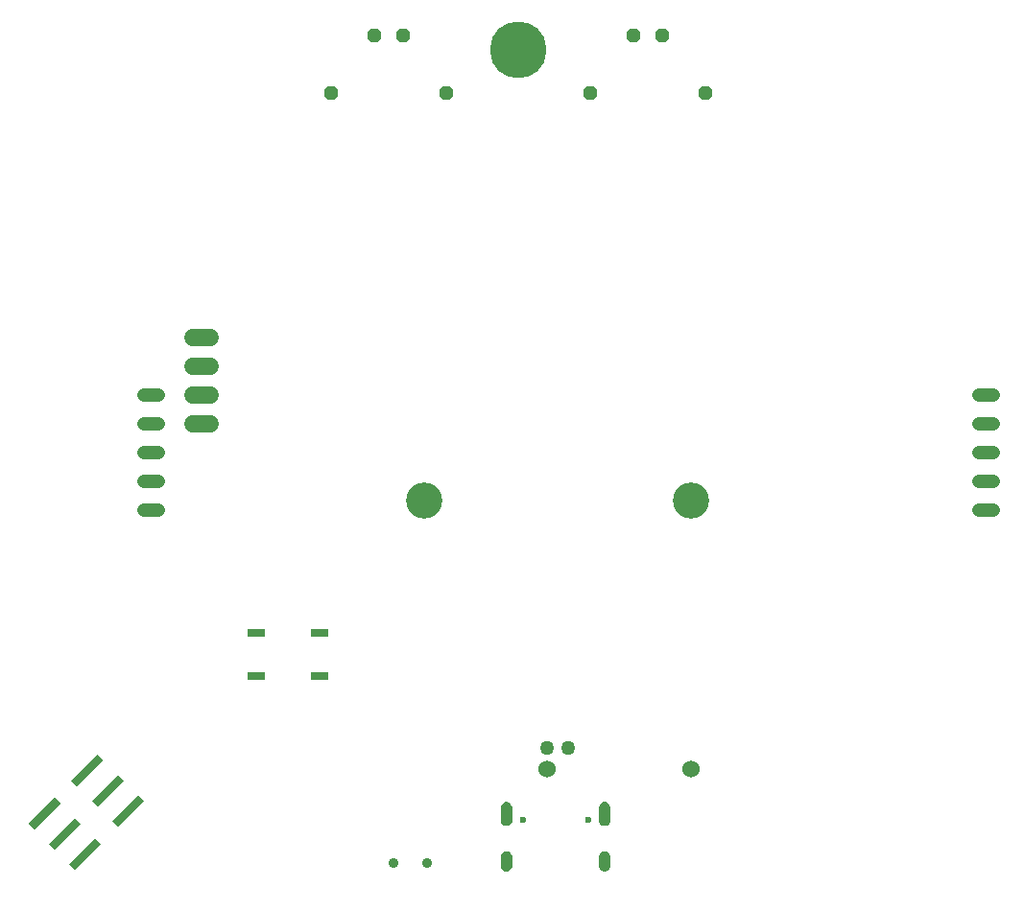
<source format=gbr>
G04 EAGLE Gerber RS-274X export*
G75*
%MOMM*%
%FSLAX34Y34*%
%LPD*%
%INSoldermask Bottom*%
%IPPOS*%
%AMOC8*
5,1,8,0,0,1.08239X$1,22.5*%
G01*
%ADD10C,5.000000*%
%ADD11R,1.524000X0.762000*%
%ADD12C,1.219200*%
%ADD13C,0.900000*%
%ADD14C,1.524000*%
%ADD15C,3.200000*%
%ADD16C,1.524000*%
%ADD17P,1.319650X8X202.500000*%
%ADD18P,1.319650X8X22.500000*%
%ADD19C,0.600000*%
%ADD20R,0.736600X3.251200*%
%ADD21C,1.270000*%

G36*
X521888Y51596D02*
X521888Y51596D01*
X521894Y51602D01*
X521899Y51599D01*
X522956Y51969D01*
X522960Y51976D01*
X522966Y51973D01*
X523914Y52569D01*
X523917Y52577D01*
X523922Y52576D01*
X524714Y53368D01*
X524715Y53376D01*
X524721Y53376D01*
X525317Y54324D01*
X525316Y54333D01*
X525321Y54334D01*
X525691Y55391D01*
X525690Y55395D01*
X525692Y55397D01*
X525690Y55400D01*
X525694Y55402D01*
X525819Y56515D01*
X525817Y56518D01*
X525819Y56520D01*
X525819Y67520D01*
X525817Y67523D01*
X525819Y67526D01*
X525694Y68638D01*
X525688Y68644D01*
X525691Y68649D01*
X525321Y69706D01*
X525315Y69710D01*
X525317Y69716D01*
X524721Y70664D01*
X524713Y70667D01*
X524714Y70672D01*
X523922Y71464D01*
X523914Y71465D01*
X523914Y71471D01*
X522966Y72067D01*
X522957Y72066D01*
X522956Y72071D01*
X521899Y72441D01*
X521891Y72439D01*
X521888Y72444D01*
X520776Y72569D01*
X520769Y72565D01*
X520765Y72569D01*
X519662Y72456D01*
X519657Y72451D01*
X519655Y72451D01*
X519652Y72454D01*
X518602Y72098D01*
X518597Y72091D01*
X518592Y72093D01*
X517647Y71513D01*
X517644Y71506D01*
X517638Y71506D01*
X516847Y70731D01*
X516845Y70722D01*
X516840Y70722D01*
X516240Y69789D01*
X516241Y69781D01*
X516236Y69780D01*
X515859Y68737D01*
X515861Y68729D01*
X515856Y68726D01*
X515721Y67626D01*
X515723Y67622D01*
X515721Y67620D01*
X515721Y56620D01*
X515723Y56617D01*
X515721Y56615D01*
X515837Y55490D01*
X515842Y55484D01*
X515839Y55479D01*
X516202Y54408D01*
X516209Y54404D01*
X516206Y54398D01*
X516799Y53435D01*
X516806Y53432D01*
X516805Y53426D01*
X517597Y52618D01*
X517605Y52617D01*
X517606Y52612D01*
X518557Y52000D01*
X518565Y52001D01*
X518567Y51996D01*
X519631Y51611D01*
X519639Y51614D01*
X519642Y51609D01*
X520764Y51471D01*
X520771Y51475D01*
X520776Y51471D01*
X521888Y51596D01*
G37*
G36*
X435388Y51596D02*
X435388Y51596D01*
X435394Y51602D01*
X435399Y51599D01*
X436456Y51969D01*
X436460Y51976D01*
X436466Y51973D01*
X437414Y52569D01*
X437417Y52577D01*
X437422Y52576D01*
X438214Y53368D01*
X438215Y53376D01*
X438221Y53376D01*
X438817Y54324D01*
X438816Y54333D01*
X438821Y54334D01*
X439191Y55391D01*
X439190Y55395D01*
X439192Y55397D01*
X439190Y55400D01*
X439194Y55402D01*
X439319Y56515D01*
X439317Y56518D01*
X439319Y56520D01*
X439319Y67520D01*
X439317Y67523D01*
X439319Y67526D01*
X439194Y68638D01*
X439188Y68644D01*
X439191Y68649D01*
X438821Y69706D01*
X438815Y69710D01*
X438817Y69716D01*
X438221Y70664D01*
X438213Y70667D01*
X438214Y70672D01*
X437422Y71464D01*
X437414Y71465D01*
X437414Y71471D01*
X436466Y72067D01*
X436457Y72066D01*
X436456Y72071D01*
X435399Y72441D01*
X435391Y72439D01*
X435388Y72444D01*
X434276Y72569D01*
X434268Y72565D01*
X434265Y72569D01*
X433152Y72444D01*
X433146Y72438D01*
X433141Y72441D01*
X432084Y72071D01*
X432080Y72065D01*
X432074Y72067D01*
X431126Y71471D01*
X431123Y71463D01*
X431118Y71464D01*
X430326Y70672D01*
X430325Y70664D01*
X430319Y70664D01*
X429723Y69716D01*
X429724Y69709D01*
X429720Y69707D01*
X429720Y69706D01*
X429719Y69706D01*
X429349Y68649D01*
X429351Y68641D01*
X429346Y68638D01*
X429221Y67526D01*
X429223Y67522D01*
X429221Y67520D01*
X429221Y56520D01*
X429223Y56517D01*
X429221Y56515D01*
X429346Y55402D01*
X429352Y55396D01*
X429349Y55391D01*
X429719Y54334D01*
X429726Y54330D01*
X429723Y54324D01*
X430319Y53376D01*
X430327Y53373D01*
X430326Y53368D01*
X431118Y52576D01*
X431126Y52575D01*
X431126Y52569D01*
X432074Y51973D01*
X432083Y51974D01*
X432084Y51969D01*
X433141Y51599D01*
X433149Y51601D01*
X433152Y51596D01*
X434265Y51471D01*
X434272Y51475D01*
X434276Y51471D01*
X435388Y51596D01*
G37*
G36*
X435388Y11396D02*
X435388Y11396D01*
X435394Y11402D01*
X435399Y11399D01*
X436456Y11769D01*
X436460Y11776D01*
X436466Y11773D01*
X437414Y12369D01*
X437417Y12377D01*
X437422Y12376D01*
X438214Y13168D01*
X438215Y13176D01*
X438221Y13176D01*
X438817Y14124D01*
X438816Y14133D01*
X438821Y14134D01*
X439191Y15191D01*
X439190Y15195D01*
X439192Y15197D01*
X439190Y15200D01*
X439194Y15202D01*
X439319Y16315D01*
X439317Y16318D01*
X439319Y16320D01*
X439319Y24320D01*
X439317Y24323D01*
X439319Y24326D01*
X439194Y25438D01*
X439188Y25444D01*
X439191Y25449D01*
X438821Y26506D01*
X438815Y26510D01*
X438817Y26516D01*
X438221Y27464D01*
X438213Y27467D01*
X438214Y27472D01*
X437422Y28264D01*
X437414Y28265D01*
X437414Y28271D01*
X436466Y28867D01*
X436457Y28866D01*
X436456Y28871D01*
X435399Y29241D01*
X435391Y29239D01*
X435388Y29244D01*
X434276Y29369D01*
X434268Y29365D01*
X434265Y29369D01*
X433152Y29244D01*
X433146Y29238D01*
X433141Y29241D01*
X432084Y28871D01*
X432080Y28865D01*
X432074Y28867D01*
X431126Y28271D01*
X431123Y28263D01*
X431118Y28264D01*
X430326Y27472D01*
X430325Y27464D01*
X430319Y27464D01*
X429723Y26516D01*
X429724Y26507D01*
X429719Y26506D01*
X429349Y25449D01*
X429351Y25441D01*
X429346Y25438D01*
X429221Y24326D01*
X429223Y24322D01*
X429221Y24320D01*
X429221Y16320D01*
X429223Y16317D01*
X429221Y16315D01*
X429346Y15202D01*
X429352Y15196D01*
X429349Y15191D01*
X429719Y14134D01*
X429726Y14130D01*
X429723Y14124D01*
X430319Y13176D01*
X430327Y13173D01*
X430326Y13168D01*
X431118Y12376D01*
X431126Y12375D01*
X431126Y12369D01*
X432074Y11773D01*
X432083Y11774D01*
X432084Y11769D01*
X433141Y11399D01*
X433149Y11401D01*
X433152Y11396D01*
X434265Y11271D01*
X434272Y11275D01*
X434276Y11271D01*
X435388Y11396D01*
G37*
G36*
X521888Y11396D02*
X521888Y11396D01*
X521894Y11402D01*
X521899Y11399D01*
X522956Y11769D01*
X522960Y11776D01*
X522966Y11773D01*
X523914Y12369D01*
X523917Y12377D01*
X523922Y12376D01*
X524714Y13168D01*
X524715Y13176D01*
X524721Y13176D01*
X525317Y14124D01*
X525316Y14133D01*
X525321Y14134D01*
X525691Y15191D01*
X525690Y15195D01*
X525692Y15197D01*
X525690Y15200D01*
X525694Y15202D01*
X525819Y16315D01*
X525817Y16318D01*
X525819Y16320D01*
X525819Y24320D01*
X525817Y24323D01*
X525819Y24326D01*
X525694Y25438D01*
X525688Y25444D01*
X525691Y25449D01*
X525321Y26506D01*
X525315Y26510D01*
X525317Y26516D01*
X524721Y27464D01*
X524713Y27467D01*
X524714Y27472D01*
X523922Y28264D01*
X523914Y28265D01*
X523914Y28271D01*
X522966Y28867D01*
X522957Y28866D01*
X522956Y28871D01*
X521899Y29241D01*
X521891Y29239D01*
X521888Y29244D01*
X520776Y29369D01*
X520768Y29365D01*
X520765Y29369D01*
X519652Y29244D01*
X519646Y29238D01*
X519641Y29241D01*
X518584Y28871D01*
X518580Y28865D01*
X518574Y28867D01*
X517626Y28271D01*
X517623Y28263D01*
X517618Y28264D01*
X516826Y27472D01*
X516825Y27464D01*
X516819Y27464D01*
X516223Y26516D01*
X516224Y26507D01*
X516219Y26506D01*
X515849Y25449D01*
X515851Y25441D01*
X515846Y25438D01*
X515721Y24326D01*
X515723Y24322D01*
X515721Y24320D01*
X515721Y16320D01*
X515723Y16317D01*
X515721Y16315D01*
X515846Y15202D01*
X515852Y15196D01*
X515849Y15191D01*
X516219Y14134D01*
X516226Y14130D01*
X516223Y14124D01*
X516819Y13176D01*
X516827Y13173D01*
X516826Y13168D01*
X517618Y12376D01*
X517626Y12375D01*
X517626Y12369D01*
X518574Y11773D01*
X518583Y11774D01*
X518584Y11769D01*
X519641Y11399D01*
X519649Y11401D01*
X519652Y11396D01*
X520765Y11271D01*
X520772Y11275D01*
X520776Y11271D01*
X521888Y11396D01*
G37*
D10*
X444500Y736600D03*
D11*
X213360Y184150D03*
X269240Y184150D03*
X213360Y222250D03*
X269240Y222250D03*
D12*
X851154Y431800D02*
X863346Y431800D01*
X863346Y406400D02*
X851154Y406400D01*
X851154Y381000D02*
X863346Y381000D01*
X863346Y355600D02*
X851154Y355600D01*
X851154Y330200D02*
X863346Y330200D01*
X126746Y330200D02*
X114554Y330200D01*
X114554Y355600D02*
X126746Y355600D01*
X126746Y381000D02*
X114554Y381000D01*
X114554Y406400D02*
X126746Y406400D01*
X126746Y431800D02*
X114554Y431800D01*
D13*
X334264Y19050D03*
X364236Y19050D03*
D14*
X596900Y101600D03*
X469900Y101600D03*
D15*
X596900Y339090D03*
X361950Y339090D03*
D16*
X172720Y482600D02*
X157480Y482600D01*
X157480Y457200D02*
X172720Y457200D01*
X172720Y431800D02*
X157480Y431800D01*
X157480Y406400D02*
X172720Y406400D01*
D17*
X381000Y698500D03*
X279400Y698500D03*
X609600Y698500D03*
X508000Y698500D03*
D18*
X317500Y749300D03*
X342900Y749300D03*
X546100Y749300D03*
X571500Y749300D03*
D19*
X448620Y57120D03*
X506420Y57120D03*
D20*
G36*
X91429Y50299D02*
X86220Y55508D01*
X109209Y78497D01*
X114418Y73288D01*
X91429Y50299D01*
G37*
G36*
X53712Y12582D02*
X48503Y17791D01*
X71492Y40780D01*
X76701Y35571D01*
X53712Y12582D01*
G37*
G36*
X73469Y68260D02*
X68260Y73469D01*
X91249Y96458D01*
X96458Y91249D01*
X73469Y68260D01*
G37*
G36*
X35751Y30542D02*
X30542Y35751D01*
X53531Y58740D01*
X58740Y53531D01*
X35751Y30542D01*
G37*
G36*
X55508Y86220D02*
X50299Y91429D01*
X73288Y114418D01*
X78497Y109209D01*
X55508Y86220D01*
G37*
G36*
X17791Y48503D02*
X12582Y53712D01*
X35571Y76701D01*
X40780Y71492D01*
X17791Y48503D01*
G37*
D21*
X469900Y120650D03*
X488950Y120650D03*
M02*

</source>
